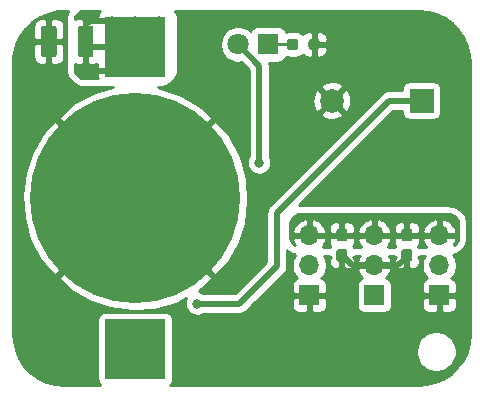
<source format=gbr>
%TF.GenerationSoftware,KiCad,Pcbnew,(5.1.9)-1*%
%TF.CreationDate,2021-02-25T21:12:44-03:30*%
%TF.ProjectId,annoy-o-me,616e6e6f-792d-46f2-9d6d-652e6b696361,rev?*%
%TF.SameCoordinates,Original*%
%TF.FileFunction,Copper,L2,Bot*%
%TF.FilePolarity,Positive*%
%FSLAX46Y46*%
G04 Gerber Fmt 4.6, Leading zero omitted, Abs format (unit mm)*
G04 Created by KiCad (PCBNEW (5.1.9)-1) date 2021-02-25 21:12:44*
%MOMM*%
%LPD*%
G01*
G04 APERTURE LIST*
%TA.AperFunction,SMDPad,CuDef*%
%ADD10R,5.100000X5.100000*%
%TD*%
%TA.AperFunction,SMDPad,CuDef*%
%ADD11C,17.800000*%
%TD*%
%TA.AperFunction,ComponentPad*%
%ADD12R,2.000000X2.000000*%
%TD*%
%TA.AperFunction,ComponentPad*%
%ADD13C,2.000000*%
%TD*%
%TA.AperFunction,ComponentPad*%
%ADD14R,1.800000X1.800000*%
%TD*%
%TA.AperFunction,ComponentPad*%
%ADD15C,1.800000*%
%TD*%
%TA.AperFunction,ComponentPad*%
%ADD16R,1.700000X1.700000*%
%TD*%
%TA.AperFunction,ComponentPad*%
%ADD17O,1.700000X1.700000*%
%TD*%
%TA.AperFunction,ViaPad*%
%ADD18C,0.800000*%
%TD*%
%TA.AperFunction,Conductor*%
%ADD19C,0.500000*%
%TD*%
%TA.AperFunction,Conductor*%
%ADD20C,0.250000*%
%TD*%
%TA.AperFunction,Conductor*%
%ADD21C,0.254000*%
%TD*%
%TA.AperFunction,Conductor*%
%ADD22C,0.100000*%
%TD*%
G04 APERTURE END LIST*
D10*
%TO.P,BT1,1*%
%TO.N,Net-(BT1-Pad1)*%
X111000000Y-129300000D03*
X111000000Y-103700000D03*
D11*
%TO.P,BT1,2*%
%TO.N,GND*%
X111000000Y-116500000D03*
%TD*%
D12*
%TO.P,BZ1,1*%
%TO.N,/BUZZER*%
X135250000Y-108250000D03*
D13*
%TO.P,BZ1,2*%
%TO.N,GND*%
X127650000Y-108250000D03*
%TD*%
%TO.P,C2,2*%
%TO.N,GND*%
%TA.AperFunction,SMDPad,CuDef*%
G36*
G01*
X104350000Y-102149998D02*
X104350000Y-104350002D01*
G75*
G02*
X104100002Y-104600000I-249998J0D01*
G01*
X103274998Y-104600000D01*
G75*
G02*
X103025000Y-104350002I0J249998D01*
G01*
X103025000Y-102149998D01*
G75*
G02*
X103274998Y-101900000I249998J0D01*
G01*
X104100002Y-101900000D01*
G75*
G02*
X104350000Y-102149998I0J-249998D01*
G01*
G37*
%TD.AperFunction*%
%TO.P,C2,1*%
%TO.N,Net-(BT1-Pad1)*%
%TA.AperFunction,SMDPad,CuDef*%
G36*
G01*
X107475000Y-102149998D02*
X107475000Y-104350002D01*
G75*
G02*
X107225002Y-104600000I-249998J0D01*
G01*
X106399998Y-104600000D01*
G75*
G02*
X106150000Y-104350002I0J249998D01*
G01*
X106150000Y-102149998D01*
G75*
G02*
X106399998Y-101900000I249998J0D01*
G01*
X107225002Y-101900000D01*
G75*
G02*
X107475000Y-102149998I0J-249998D01*
G01*
G37*
%TD.AperFunction*%
%TD*%
%TO.P,C4,2*%
%TO.N,GND*%
%TA.AperFunction,SMDPad,CuDef*%
G36*
G01*
X133762500Y-120825000D02*
X134237500Y-120825000D01*
G75*
G02*
X134475000Y-121062500I0J-237500D01*
G01*
X134475000Y-121662500D01*
G75*
G02*
X134237500Y-121900000I-237500J0D01*
G01*
X133762500Y-121900000D01*
G75*
G02*
X133525000Y-121662500I0J237500D01*
G01*
X133525000Y-121062500D01*
G75*
G02*
X133762500Y-120825000I237500J0D01*
G01*
G37*
%TD.AperFunction*%
%TO.P,C4,1*%
%TO.N,+3V3*%
%TA.AperFunction,SMDPad,CuDef*%
G36*
G01*
X133762500Y-119100000D02*
X134237500Y-119100000D01*
G75*
G02*
X134475000Y-119337500I0J-237500D01*
G01*
X134475000Y-119937500D01*
G75*
G02*
X134237500Y-120175000I-237500J0D01*
G01*
X133762500Y-120175000D01*
G75*
G02*
X133525000Y-119937500I0J237500D01*
G01*
X133525000Y-119337500D01*
G75*
G02*
X133762500Y-119100000I237500J0D01*
G01*
G37*
%TD.AperFunction*%
%TD*%
%TO.P,C5,1*%
%TO.N,+3V3*%
%TA.AperFunction,SMDPad,CuDef*%
G36*
G01*
X128262500Y-119100000D02*
X128737500Y-119100000D01*
G75*
G02*
X128975000Y-119337500I0J-237500D01*
G01*
X128975000Y-119937500D01*
G75*
G02*
X128737500Y-120175000I-237500J0D01*
G01*
X128262500Y-120175000D01*
G75*
G02*
X128025000Y-119937500I0J237500D01*
G01*
X128025000Y-119337500D01*
G75*
G02*
X128262500Y-119100000I237500J0D01*
G01*
G37*
%TD.AperFunction*%
%TO.P,C5,2*%
%TO.N,GND*%
%TA.AperFunction,SMDPad,CuDef*%
G36*
G01*
X128262500Y-120825000D02*
X128737500Y-120825000D01*
G75*
G02*
X128975000Y-121062500I0J-237500D01*
G01*
X128975000Y-121662500D01*
G75*
G02*
X128737500Y-121900000I-237500J0D01*
G01*
X128262500Y-121900000D01*
G75*
G02*
X128025000Y-121662500I0J237500D01*
G01*
X128025000Y-121062500D01*
G75*
G02*
X128262500Y-120825000I237500J0D01*
G01*
G37*
%TD.AperFunction*%
%TD*%
D14*
%TO.P,D2,1*%
%TO.N,Net-(D2-Pad1)*%
X122250000Y-103500000D03*
D15*
%TO.P,D2,2*%
%TO.N,/IR_OUT*%
X119710000Y-103500000D03*
%TD*%
D16*
%TO.P,J1,1*%
%TO.N,GND*%
X125750000Y-124750000D03*
D17*
%TO.P,J1,2*%
%TO.N,/UPDI*%
X125750000Y-122210000D03*
%TO.P,J1,3*%
%TO.N,+3V3*%
X125750000Y-119670000D03*
%TD*%
D16*
%TO.P,J2,1*%
%TO.N,GND*%
X136750000Y-124750000D03*
D17*
%TO.P,J2,2*%
%TO.N,/ANALOG_IN*%
X136750000Y-122210000D03*
%TO.P,J2,3*%
%TO.N,+3V3*%
X136750000Y-119670000D03*
%TD*%
%TO.P,R3,1*%
%TO.N,Net-(D2-Pad1)*%
%TA.AperFunction,SMDPad,CuDef*%
G36*
G01*
X123850000Y-103737500D02*
X123850000Y-103262500D01*
G75*
G02*
X124087500Y-103025000I237500J0D01*
G01*
X124587500Y-103025000D01*
G75*
G02*
X124825000Y-103262500I0J-237500D01*
G01*
X124825000Y-103737500D01*
G75*
G02*
X124587500Y-103975000I-237500J0D01*
G01*
X124087500Y-103975000D01*
G75*
G02*
X123850000Y-103737500I0J237500D01*
G01*
G37*
%TD.AperFunction*%
%TO.P,R3,2*%
%TO.N,GND*%
%TA.AperFunction,SMDPad,CuDef*%
G36*
G01*
X125675000Y-103737500D02*
X125675000Y-103262500D01*
G75*
G02*
X125912500Y-103025000I237500J0D01*
G01*
X126412500Y-103025000D01*
G75*
G02*
X126650000Y-103262500I0J-237500D01*
G01*
X126650000Y-103737500D01*
G75*
G02*
X126412500Y-103975000I-237500J0D01*
G01*
X125912500Y-103975000D01*
G75*
G02*
X125675000Y-103737500I0J237500D01*
G01*
G37*
%TD.AperFunction*%
%TD*%
%TO.P,U3,3*%
%TO.N,+3V3*%
X131250000Y-119670000D03*
%TO.P,U3,2*%
%TO.N,GND*%
X131250000Y-122210000D03*
D16*
%TO.P,U3,1*%
%TO.N,/IR_IN*%
X131250000Y-124750000D03*
%TD*%
D18*
%TO.N,Net-(BT1-Pad1)*%
X113000000Y-105500000D03*
X113000000Y-103500000D03*
X109000000Y-101500000D03*
X111000000Y-101500000D03*
X113000000Y-101500000D03*
X107000000Y-101500000D03*
%TO.N,GND*%
X115500000Y-119500000D03*
X114750000Y-116250000D03*
X114750000Y-114250000D03*
X116750000Y-114250000D03*
X116750000Y-116250000D03*
X104750000Y-118250000D03*
X104750000Y-116250000D03*
X104750000Y-114250000D03*
X104750000Y-112250000D03*
X123000000Y-115000000D03*
X121250000Y-119250000D03*
X102000000Y-104000000D03*
X102000000Y-106000000D03*
X102000000Y-108000000D03*
X102000000Y-110000000D03*
%TO.N,/BUZZER*%
X116250000Y-125440010D03*
%TO.N,/IR_OUT*%
X121499994Y-113500000D03*
%TD*%
D19*
%TO.N,Net-(BT1-Pad1)*%
X107262500Y-103700000D02*
X106812500Y-103250000D01*
X111000000Y-103700000D02*
X107262500Y-103700000D01*
X107000000Y-101500000D02*
X109000000Y-101500000D01*
X110800000Y-103700000D02*
X109000000Y-105500000D01*
X111000000Y-103700000D02*
X110800000Y-103700000D01*
X111000000Y-103700000D02*
X110550000Y-103700000D01*
X110550000Y-103700000D02*
X108500000Y-105750000D01*
X108500000Y-105750000D02*
X107500000Y-105750000D01*
%TO.N,GND*%
X133290000Y-122210000D02*
X134000000Y-121500000D01*
X131250000Y-122210000D02*
X133290000Y-122210000D01*
X129347500Y-122210000D02*
X128500000Y-121362500D01*
X131250000Y-122210000D02*
X129347500Y-122210000D01*
%TO.N,/BUZZER*%
X132500000Y-108250000D02*
X135250000Y-108250000D01*
X123000000Y-122250000D02*
X123000000Y-117750000D01*
X123000000Y-117750000D02*
X132500000Y-108250000D01*
X119809990Y-125440010D02*
X123000000Y-122250000D01*
X116250000Y-125440010D02*
X119809990Y-125440010D01*
D20*
%TO.N,Net-(D2-Pad1)*%
X124337500Y-103500000D02*
X122250000Y-103500000D01*
D19*
%TO.N,/IR_OUT*%
X119710000Y-103500000D02*
X121499994Y-105289994D01*
X121499994Y-105289994D02*
X121499994Y-113500000D01*
%TD*%
D21*
%TO.N,Net-(BT1-Pad1)*%
X107998815Y-100698815D02*
X107919463Y-100795506D01*
X107860498Y-100905820D01*
X107824188Y-101025518D01*
X107811928Y-101150000D01*
X107812213Y-101360226D01*
X107719180Y-101310498D01*
X107599482Y-101274188D01*
X107475000Y-101261928D01*
X107098250Y-101265000D01*
X106939500Y-101423750D01*
X106939500Y-103123000D01*
X106959500Y-103123000D01*
X106959500Y-103377000D01*
X106939500Y-103377000D01*
X106939500Y-105076250D01*
X107098250Y-105235000D01*
X107475000Y-105238072D01*
X107599482Y-105225812D01*
X107719180Y-105189502D01*
X107813435Y-105139121D01*
X107811928Y-106250000D01*
X107824042Y-106373000D01*
X106756234Y-106373000D01*
X106579811Y-106355624D01*
X106416150Y-106305978D01*
X106265328Y-106225362D01*
X106133130Y-106116870D01*
X106024638Y-105984672D01*
X105944022Y-105833850D01*
X105894376Y-105670189D01*
X105877000Y-105493766D01*
X105877000Y-105174097D01*
X105905820Y-105189502D01*
X106025518Y-105225812D01*
X106150000Y-105238072D01*
X106526750Y-105235000D01*
X106685500Y-105076250D01*
X106685500Y-103377000D01*
X106665500Y-103377000D01*
X106665500Y-103123000D01*
X106685500Y-103123000D01*
X106685500Y-101423750D01*
X106526750Y-101265000D01*
X106150000Y-101261928D01*
X106025518Y-101274188D01*
X105905820Y-101310498D01*
X105899154Y-101314061D01*
X105944022Y-101166150D01*
X106024638Y-101015328D01*
X106133130Y-100883130D01*
X106265328Y-100774638D01*
X106416150Y-100694022D01*
X106528306Y-100660000D01*
X108046111Y-100660000D01*
X107998815Y-100698815D01*
%TA.AperFunction,Conductor*%
D22*
G36*
X107998815Y-100698815D02*
G01*
X107919463Y-100795506D01*
X107860498Y-100905820D01*
X107824188Y-101025518D01*
X107811928Y-101150000D01*
X107812213Y-101360226D01*
X107719180Y-101310498D01*
X107599482Y-101274188D01*
X107475000Y-101261928D01*
X107098250Y-101265000D01*
X106939500Y-101423750D01*
X106939500Y-103123000D01*
X106959500Y-103123000D01*
X106959500Y-103377000D01*
X106939500Y-103377000D01*
X106939500Y-105076250D01*
X107098250Y-105235000D01*
X107475000Y-105238072D01*
X107599482Y-105225812D01*
X107719180Y-105189502D01*
X107813435Y-105139121D01*
X107811928Y-106250000D01*
X107824042Y-106373000D01*
X106756234Y-106373000D01*
X106579811Y-106355624D01*
X106416150Y-106305978D01*
X106265328Y-106225362D01*
X106133130Y-106116870D01*
X106024638Y-105984672D01*
X105944022Y-105833850D01*
X105894376Y-105670189D01*
X105877000Y-105493766D01*
X105877000Y-105174097D01*
X105905820Y-105189502D01*
X106025518Y-105225812D01*
X106150000Y-105238072D01*
X106526750Y-105235000D01*
X106685500Y-105076250D01*
X106685500Y-103377000D01*
X106665500Y-103377000D01*
X106665500Y-103123000D01*
X106685500Y-103123000D01*
X106685500Y-101423750D01*
X106526750Y-101265000D01*
X106150000Y-101261928D01*
X106025518Y-101274188D01*
X105905820Y-101310498D01*
X105899154Y-101314061D01*
X105944022Y-101166150D01*
X106024638Y-101015328D01*
X106133130Y-100883130D01*
X106265328Y-100774638D01*
X106416150Y-100694022D01*
X106528306Y-100660000D01*
X108046111Y-100660000D01*
X107998815Y-100698815D01*
G37*
%TD.AperFunction*%
D21*
X111127000Y-103573000D02*
X111147000Y-103573000D01*
X111147000Y-103827000D01*
X111127000Y-103827000D01*
X111127000Y-103847000D01*
X110873000Y-103847000D01*
X110873000Y-103827000D01*
X110853000Y-103827000D01*
X110853000Y-103573000D01*
X110873000Y-103573000D01*
X110873000Y-103553000D01*
X111127000Y-103553000D01*
X111127000Y-103573000D01*
%TA.AperFunction,Conductor*%
D22*
G36*
X111127000Y-103573000D02*
G01*
X111147000Y-103573000D01*
X111147000Y-103827000D01*
X111127000Y-103827000D01*
X111127000Y-103847000D01*
X110873000Y-103847000D01*
X110873000Y-103827000D01*
X110853000Y-103827000D01*
X110853000Y-103573000D01*
X110873000Y-103573000D01*
X110873000Y-103553000D01*
X111127000Y-103553000D01*
X111127000Y-103573000D01*
G37*
%TD.AperFunction*%
%TD*%
D21*
%TO.N,+3V3*%
X137670189Y-117894376D02*
X137833850Y-117944022D01*
X137984672Y-118024638D01*
X138116870Y-118133130D01*
X138225362Y-118265328D01*
X138305978Y-118416150D01*
X138355624Y-118579811D01*
X138373000Y-118756234D01*
X138373000Y-119743766D01*
X138355624Y-119920189D01*
X138305978Y-120083850D01*
X138225362Y-120234672D01*
X138116870Y-120366870D01*
X138006060Y-120457810D01*
X138021641Y-120436920D01*
X138146825Y-120174099D01*
X138191476Y-120026890D01*
X138070155Y-119797000D01*
X136877000Y-119797000D01*
X136877000Y-119817000D01*
X136623000Y-119817000D01*
X136623000Y-119797000D01*
X135429845Y-119797000D01*
X135308524Y-120026890D01*
X135353175Y-120174099D01*
X135478359Y-120436920D01*
X135617154Y-120623000D01*
X134990603Y-120623000D01*
X134966226Y-120577394D01*
X135005537Y-120529494D01*
X135064502Y-120419180D01*
X135100812Y-120299482D01*
X135113072Y-120175000D01*
X135110000Y-119923250D01*
X134951250Y-119764500D01*
X134127000Y-119764500D01*
X134127000Y-119784500D01*
X133873000Y-119784500D01*
X133873000Y-119764500D01*
X133048750Y-119764500D01*
X132890000Y-119923250D01*
X132886928Y-120175000D01*
X132899188Y-120299482D01*
X132935498Y-120419180D01*
X132994463Y-120529494D01*
X133033774Y-120577394D01*
X133009397Y-120623000D01*
X132382846Y-120623000D01*
X132521641Y-120436920D01*
X132646825Y-120174099D01*
X132691476Y-120026890D01*
X132570155Y-119797000D01*
X131377000Y-119797000D01*
X131377000Y-119817000D01*
X131123000Y-119817000D01*
X131123000Y-119797000D01*
X129929845Y-119797000D01*
X129808524Y-120026890D01*
X129853175Y-120174099D01*
X129978359Y-120436920D01*
X130117154Y-120623000D01*
X129490603Y-120623000D01*
X129466226Y-120577394D01*
X129505537Y-120529494D01*
X129564502Y-120419180D01*
X129600812Y-120299482D01*
X129613072Y-120175000D01*
X129610000Y-119923250D01*
X129451250Y-119764500D01*
X128627000Y-119764500D01*
X128627000Y-119784500D01*
X128373000Y-119784500D01*
X128373000Y-119764500D01*
X127548750Y-119764500D01*
X127390000Y-119923250D01*
X127386928Y-120175000D01*
X127399188Y-120299482D01*
X127435498Y-120419180D01*
X127494463Y-120529494D01*
X127533774Y-120577394D01*
X127509397Y-120623000D01*
X126882846Y-120623000D01*
X127021641Y-120436920D01*
X127146825Y-120174099D01*
X127191476Y-120026890D01*
X127070155Y-119797000D01*
X125877000Y-119797000D01*
X125877000Y-119817000D01*
X125623000Y-119817000D01*
X125623000Y-119797000D01*
X124429845Y-119797000D01*
X124308524Y-120026890D01*
X124353175Y-120174099D01*
X124478359Y-120436920D01*
X124493940Y-120457810D01*
X124383130Y-120366870D01*
X124274638Y-120234672D01*
X124194022Y-120083850D01*
X124144376Y-119920189D01*
X124127000Y-119743766D01*
X124127000Y-119313110D01*
X124308524Y-119313110D01*
X124429845Y-119543000D01*
X125623000Y-119543000D01*
X125623000Y-118349186D01*
X125877000Y-118349186D01*
X125877000Y-119543000D01*
X127070155Y-119543000D01*
X127191476Y-119313110D01*
X127146825Y-119165901D01*
X127115436Y-119100000D01*
X127386928Y-119100000D01*
X127390000Y-119351750D01*
X127548750Y-119510500D01*
X128373000Y-119510500D01*
X128373000Y-118623750D01*
X128627000Y-118623750D01*
X128627000Y-119510500D01*
X129451250Y-119510500D01*
X129610000Y-119351750D01*
X129610471Y-119313110D01*
X129808524Y-119313110D01*
X129929845Y-119543000D01*
X131123000Y-119543000D01*
X131123000Y-118349186D01*
X131377000Y-118349186D01*
X131377000Y-119543000D01*
X132570155Y-119543000D01*
X132691476Y-119313110D01*
X132646825Y-119165901D01*
X132615436Y-119100000D01*
X132886928Y-119100000D01*
X132890000Y-119351750D01*
X133048750Y-119510500D01*
X133873000Y-119510500D01*
X133873000Y-118623750D01*
X134127000Y-118623750D01*
X134127000Y-119510500D01*
X134951250Y-119510500D01*
X135110000Y-119351750D01*
X135110471Y-119313110D01*
X135308524Y-119313110D01*
X135429845Y-119543000D01*
X136623000Y-119543000D01*
X136623000Y-118349186D01*
X136877000Y-118349186D01*
X136877000Y-119543000D01*
X138070155Y-119543000D01*
X138191476Y-119313110D01*
X138146825Y-119165901D01*
X138021641Y-118903080D01*
X137847588Y-118669731D01*
X137631355Y-118474822D01*
X137381252Y-118325843D01*
X137106891Y-118228519D01*
X136877000Y-118349186D01*
X136623000Y-118349186D01*
X136393109Y-118228519D01*
X136118748Y-118325843D01*
X135868645Y-118474822D01*
X135652412Y-118669731D01*
X135478359Y-118903080D01*
X135353175Y-119165901D01*
X135308524Y-119313110D01*
X135110471Y-119313110D01*
X135113072Y-119100000D01*
X135100812Y-118975518D01*
X135064502Y-118855820D01*
X135005537Y-118745506D01*
X134926185Y-118648815D01*
X134829494Y-118569463D01*
X134719180Y-118510498D01*
X134599482Y-118474188D01*
X134475000Y-118461928D01*
X134285750Y-118465000D01*
X134127000Y-118623750D01*
X133873000Y-118623750D01*
X133714250Y-118465000D01*
X133525000Y-118461928D01*
X133400518Y-118474188D01*
X133280820Y-118510498D01*
X133170506Y-118569463D01*
X133073815Y-118648815D01*
X132994463Y-118745506D01*
X132935498Y-118855820D01*
X132899188Y-118975518D01*
X132886928Y-119100000D01*
X132615436Y-119100000D01*
X132521641Y-118903080D01*
X132347588Y-118669731D01*
X132131355Y-118474822D01*
X131881252Y-118325843D01*
X131606891Y-118228519D01*
X131377000Y-118349186D01*
X131123000Y-118349186D01*
X130893109Y-118228519D01*
X130618748Y-118325843D01*
X130368645Y-118474822D01*
X130152412Y-118669731D01*
X129978359Y-118903080D01*
X129853175Y-119165901D01*
X129808524Y-119313110D01*
X129610471Y-119313110D01*
X129613072Y-119100000D01*
X129600812Y-118975518D01*
X129564502Y-118855820D01*
X129505537Y-118745506D01*
X129426185Y-118648815D01*
X129329494Y-118569463D01*
X129219180Y-118510498D01*
X129099482Y-118474188D01*
X128975000Y-118461928D01*
X128785750Y-118465000D01*
X128627000Y-118623750D01*
X128373000Y-118623750D01*
X128214250Y-118465000D01*
X128025000Y-118461928D01*
X127900518Y-118474188D01*
X127780820Y-118510498D01*
X127670506Y-118569463D01*
X127573815Y-118648815D01*
X127494463Y-118745506D01*
X127435498Y-118855820D01*
X127399188Y-118975518D01*
X127386928Y-119100000D01*
X127115436Y-119100000D01*
X127021641Y-118903080D01*
X126847588Y-118669731D01*
X126631355Y-118474822D01*
X126381252Y-118325843D01*
X126106891Y-118228519D01*
X125877000Y-118349186D01*
X125623000Y-118349186D01*
X125393109Y-118228519D01*
X125118748Y-118325843D01*
X124868645Y-118474822D01*
X124652412Y-118669731D01*
X124478359Y-118903080D01*
X124353175Y-119165901D01*
X124308524Y-119313110D01*
X124127000Y-119313110D01*
X124127000Y-118756234D01*
X124144376Y-118579811D01*
X124194022Y-118416150D01*
X124274638Y-118265328D01*
X124383130Y-118133130D01*
X124515328Y-118024638D01*
X124666150Y-117944022D01*
X124829811Y-117894376D01*
X125006234Y-117877000D01*
X137493766Y-117877000D01*
X137670189Y-117894376D01*
%TA.AperFunction,Conductor*%
D22*
G36*
X137670189Y-117894376D02*
G01*
X137833850Y-117944022D01*
X137984672Y-118024638D01*
X138116870Y-118133130D01*
X138225362Y-118265328D01*
X138305978Y-118416150D01*
X138355624Y-118579811D01*
X138373000Y-118756234D01*
X138373000Y-119743766D01*
X138355624Y-119920189D01*
X138305978Y-120083850D01*
X138225362Y-120234672D01*
X138116870Y-120366870D01*
X138006060Y-120457810D01*
X138021641Y-120436920D01*
X138146825Y-120174099D01*
X138191476Y-120026890D01*
X138070155Y-119797000D01*
X136877000Y-119797000D01*
X136877000Y-119817000D01*
X136623000Y-119817000D01*
X136623000Y-119797000D01*
X135429845Y-119797000D01*
X135308524Y-120026890D01*
X135353175Y-120174099D01*
X135478359Y-120436920D01*
X135617154Y-120623000D01*
X134990603Y-120623000D01*
X134966226Y-120577394D01*
X135005537Y-120529494D01*
X135064502Y-120419180D01*
X135100812Y-120299482D01*
X135113072Y-120175000D01*
X135110000Y-119923250D01*
X134951250Y-119764500D01*
X134127000Y-119764500D01*
X134127000Y-119784500D01*
X133873000Y-119784500D01*
X133873000Y-119764500D01*
X133048750Y-119764500D01*
X132890000Y-119923250D01*
X132886928Y-120175000D01*
X132899188Y-120299482D01*
X132935498Y-120419180D01*
X132994463Y-120529494D01*
X133033774Y-120577394D01*
X133009397Y-120623000D01*
X132382846Y-120623000D01*
X132521641Y-120436920D01*
X132646825Y-120174099D01*
X132691476Y-120026890D01*
X132570155Y-119797000D01*
X131377000Y-119797000D01*
X131377000Y-119817000D01*
X131123000Y-119817000D01*
X131123000Y-119797000D01*
X129929845Y-119797000D01*
X129808524Y-120026890D01*
X129853175Y-120174099D01*
X129978359Y-120436920D01*
X130117154Y-120623000D01*
X129490603Y-120623000D01*
X129466226Y-120577394D01*
X129505537Y-120529494D01*
X129564502Y-120419180D01*
X129600812Y-120299482D01*
X129613072Y-120175000D01*
X129610000Y-119923250D01*
X129451250Y-119764500D01*
X128627000Y-119764500D01*
X128627000Y-119784500D01*
X128373000Y-119784500D01*
X128373000Y-119764500D01*
X127548750Y-119764500D01*
X127390000Y-119923250D01*
X127386928Y-120175000D01*
X127399188Y-120299482D01*
X127435498Y-120419180D01*
X127494463Y-120529494D01*
X127533774Y-120577394D01*
X127509397Y-120623000D01*
X126882846Y-120623000D01*
X127021641Y-120436920D01*
X127146825Y-120174099D01*
X127191476Y-120026890D01*
X127070155Y-119797000D01*
X125877000Y-119797000D01*
X125877000Y-119817000D01*
X125623000Y-119817000D01*
X125623000Y-119797000D01*
X124429845Y-119797000D01*
X124308524Y-120026890D01*
X124353175Y-120174099D01*
X124478359Y-120436920D01*
X124493940Y-120457810D01*
X124383130Y-120366870D01*
X124274638Y-120234672D01*
X124194022Y-120083850D01*
X124144376Y-119920189D01*
X124127000Y-119743766D01*
X124127000Y-119313110D01*
X124308524Y-119313110D01*
X124429845Y-119543000D01*
X125623000Y-119543000D01*
X125623000Y-118349186D01*
X125877000Y-118349186D01*
X125877000Y-119543000D01*
X127070155Y-119543000D01*
X127191476Y-119313110D01*
X127146825Y-119165901D01*
X127115436Y-119100000D01*
X127386928Y-119100000D01*
X127390000Y-119351750D01*
X127548750Y-119510500D01*
X128373000Y-119510500D01*
X128373000Y-118623750D01*
X128627000Y-118623750D01*
X128627000Y-119510500D01*
X129451250Y-119510500D01*
X129610000Y-119351750D01*
X129610471Y-119313110D01*
X129808524Y-119313110D01*
X129929845Y-119543000D01*
X131123000Y-119543000D01*
X131123000Y-118349186D01*
X131377000Y-118349186D01*
X131377000Y-119543000D01*
X132570155Y-119543000D01*
X132691476Y-119313110D01*
X132646825Y-119165901D01*
X132615436Y-119100000D01*
X132886928Y-119100000D01*
X132890000Y-119351750D01*
X133048750Y-119510500D01*
X133873000Y-119510500D01*
X133873000Y-118623750D01*
X134127000Y-118623750D01*
X134127000Y-119510500D01*
X134951250Y-119510500D01*
X135110000Y-119351750D01*
X135110471Y-119313110D01*
X135308524Y-119313110D01*
X135429845Y-119543000D01*
X136623000Y-119543000D01*
X136623000Y-118349186D01*
X136877000Y-118349186D01*
X136877000Y-119543000D01*
X138070155Y-119543000D01*
X138191476Y-119313110D01*
X138146825Y-119165901D01*
X138021641Y-118903080D01*
X137847588Y-118669731D01*
X137631355Y-118474822D01*
X137381252Y-118325843D01*
X137106891Y-118228519D01*
X136877000Y-118349186D01*
X136623000Y-118349186D01*
X136393109Y-118228519D01*
X136118748Y-118325843D01*
X135868645Y-118474822D01*
X135652412Y-118669731D01*
X135478359Y-118903080D01*
X135353175Y-119165901D01*
X135308524Y-119313110D01*
X135110471Y-119313110D01*
X135113072Y-119100000D01*
X135100812Y-118975518D01*
X135064502Y-118855820D01*
X135005537Y-118745506D01*
X134926185Y-118648815D01*
X134829494Y-118569463D01*
X134719180Y-118510498D01*
X134599482Y-118474188D01*
X134475000Y-118461928D01*
X134285750Y-118465000D01*
X134127000Y-118623750D01*
X133873000Y-118623750D01*
X133714250Y-118465000D01*
X133525000Y-118461928D01*
X133400518Y-118474188D01*
X133280820Y-118510498D01*
X133170506Y-118569463D01*
X133073815Y-118648815D01*
X132994463Y-118745506D01*
X132935498Y-118855820D01*
X132899188Y-118975518D01*
X132886928Y-119100000D01*
X132615436Y-119100000D01*
X132521641Y-118903080D01*
X132347588Y-118669731D01*
X132131355Y-118474822D01*
X131881252Y-118325843D01*
X131606891Y-118228519D01*
X131377000Y-118349186D01*
X131123000Y-118349186D01*
X130893109Y-118228519D01*
X130618748Y-118325843D01*
X130368645Y-118474822D01*
X130152412Y-118669731D01*
X129978359Y-118903080D01*
X129853175Y-119165901D01*
X129808524Y-119313110D01*
X129610471Y-119313110D01*
X129613072Y-119100000D01*
X129600812Y-118975518D01*
X129564502Y-118855820D01*
X129505537Y-118745506D01*
X129426185Y-118648815D01*
X129329494Y-118569463D01*
X129219180Y-118510498D01*
X129099482Y-118474188D01*
X128975000Y-118461928D01*
X128785750Y-118465000D01*
X128627000Y-118623750D01*
X128373000Y-118623750D01*
X128214250Y-118465000D01*
X128025000Y-118461928D01*
X127900518Y-118474188D01*
X127780820Y-118510498D01*
X127670506Y-118569463D01*
X127573815Y-118648815D01*
X127494463Y-118745506D01*
X127435498Y-118855820D01*
X127399188Y-118975518D01*
X127386928Y-119100000D01*
X127115436Y-119100000D01*
X127021641Y-118903080D01*
X126847588Y-118669731D01*
X126631355Y-118474822D01*
X126381252Y-118325843D01*
X126106891Y-118228519D01*
X125877000Y-118349186D01*
X125623000Y-118349186D01*
X125393109Y-118228519D01*
X125118748Y-118325843D01*
X124868645Y-118474822D01*
X124652412Y-118669731D01*
X124478359Y-118903080D01*
X124353175Y-119165901D01*
X124308524Y-119313110D01*
X124127000Y-119313110D01*
X124127000Y-118756234D01*
X124144376Y-118579811D01*
X124194022Y-118416150D01*
X124274638Y-118265328D01*
X124383130Y-118133130D01*
X124515328Y-118024638D01*
X124666150Y-117944022D01*
X124829811Y-117894376D01*
X125006234Y-117877000D01*
X137493766Y-117877000D01*
X137670189Y-117894376D01*
G37*
%TD.AperFunction*%
%TD*%
D21*
%TO.N,GND*%
X105266100Y-100817980D02*
X105218462Y-100932988D01*
X105161557Y-101120581D01*
X105137273Y-101242668D01*
X105118058Y-101437758D01*
X105115000Y-101500000D01*
X105115000Y-105500000D01*
X105118058Y-105562242D01*
X105137273Y-105757332D01*
X105161557Y-105879419D01*
X105218462Y-106067012D01*
X105266100Y-106182020D01*
X105358510Y-106354907D01*
X105427668Y-106458409D01*
X105552031Y-106609946D01*
X105640054Y-106697969D01*
X105791591Y-106822332D01*
X105895093Y-106891490D01*
X106067980Y-106983900D01*
X106182988Y-107031538D01*
X106370581Y-107088443D01*
X106492668Y-107112727D01*
X106687758Y-107131942D01*
X106750000Y-107135000D01*
X109094295Y-107135000D01*
X107564946Y-107555808D01*
X105886024Y-108397814D01*
X105471590Y-108674730D01*
X104427775Y-109748170D01*
X111000000Y-116320395D01*
X117572225Y-109748170D01*
X116528410Y-108674730D01*
X114895549Y-107746551D01*
X113112984Y-107154762D01*
X112954674Y-107135000D01*
X113000000Y-107135000D01*
X113062242Y-107131942D01*
X113257332Y-107112727D01*
X113379419Y-107088443D01*
X113567012Y-107031538D01*
X113682020Y-106983900D01*
X113854907Y-106891490D01*
X113958409Y-106822332D01*
X114109946Y-106697969D01*
X114197969Y-106609946D01*
X114322332Y-106458409D01*
X114391490Y-106354907D01*
X114483900Y-106182020D01*
X114531538Y-106067012D01*
X114588443Y-105879419D01*
X114612727Y-105757332D01*
X114631942Y-105562242D01*
X114635000Y-105500000D01*
X114635000Y-103348816D01*
X118175000Y-103348816D01*
X118175000Y-103651184D01*
X118233989Y-103947743D01*
X118349701Y-104227095D01*
X118517688Y-104478505D01*
X118731495Y-104692312D01*
X118982905Y-104860299D01*
X119262257Y-104976011D01*
X119558816Y-105035000D01*
X119861184Y-105035000D01*
X119971482Y-105013060D01*
X120614994Y-105656573D01*
X120614995Y-112961544D01*
X120582789Y-113009744D01*
X120504768Y-113198102D01*
X120464994Y-113398061D01*
X120464994Y-113601939D01*
X120504768Y-113801898D01*
X120582789Y-113990256D01*
X120696057Y-114159774D01*
X120840220Y-114303937D01*
X121009738Y-114417205D01*
X121198096Y-114495226D01*
X121398055Y-114535000D01*
X121601933Y-114535000D01*
X121801892Y-114495226D01*
X121990250Y-114417205D01*
X122159768Y-114303937D01*
X122303931Y-114159774D01*
X122417199Y-113990256D01*
X122495220Y-113801898D01*
X122534994Y-113601939D01*
X122534994Y-113398061D01*
X122495220Y-113198102D01*
X122417199Y-113009744D01*
X122384994Y-112961546D01*
X122384994Y-109385413D01*
X126694192Y-109385413D01*
X126789956Y-109649814D01*
X127079571Y-109790704D01*
X127391108Y-109872384D01*
X127712595Y-109891718D01*
X128031675Y-109847961D01*
X128336088Y-109742795D01*
X128510044Y-109649814D01*
X128605808Y-109385413D01*
X127650000Y-108429605D01*
X126694192Y-109385413D01*
X122384994Y-109385413D01*
X122384994Y-108312595D01*
X126008282Y-108312595D01*
X126052039Y-108631675D01*
X126157205Y-108936088D01*
X126250186Y-109110044D01*
X126514587Y-109205808D01*
X127470395Y-108250000D01*
X127829605Y-108250000D01*
X128785413Y-109205808D01*
X129049814Y-109110044D01*
X129190704Y-108820429D01*
X129272384Y-108508892D01*
X129291718Y-108187405D01*
X129247961Y-107868325D01*
X129142795Y-107563912D01*
X129049814Y-107389956D01*
X128785413Y-107294192D01*
X127829605Y-108250000D01*
X127470395Y-108250000D01*
X126514587Y-107294192D01*
X126250186Y-107389956D01*
X126109296Y-107679571D01*
X126027616Y-107991108D01*
X126008282Y-108312595D01*
X122384994Y-108312595D01*
X122384994Y-107114587D01*
X126694192Y-107114587D01*
X127650000Y-108070395D01*
X128605808Y-107114587D01*
X128510044Y-106850186D01*
X128220429Y-106709296D01*
X127908892Y-106627616D01*
X127587405Y-106608282D01*
X127268325Y-106652039D01*
X126963912Y-106757205D01*
X126789956Y-106850186D01*
X126694192Y-107114587D01*
X122384994Y-107114587D01*
X122384994Y-105333463D01*
X122389275Y-105289994D01*
X122384994Y-105246525D01*
X122384994Y-105246517D01*
X122372189Y-105116504D01*
X122348397Y-105038072D01*
X123150000Y-105038072D01*
X123274482Y-105025812D01*
X123394180Y-104989502D01*
X123504494Y-104930537D01*
X123601185Y-104851185D01*
X123680537Y-104754494D01*
X123739502Y-104644180D01*
X123767747Y-104551068D01*
X123916684Y-104596248D01*
X124087500Y-104613072D01*
X124587500Y-104613072D01*
X124758316Y-104596248D01*
X124922567Y-104546423D01*
X125073942Y-104465512D01*
X125182783Y-104376188D01*
X125223815Y-104426185D01*
X125320506Y-104505537D01*
X125430820Y-104564502D01*
X125550518Y-104600812D01*
X125675000Y-104613072D01*
X125876750Y-104610000D01*
X126035500Y-104451250D01*
X126035500Y-103627000D01*
X126289500Y-103627000D01*
X126289500Y-104451250D01*
X126448250Y-104610000D01*
X126650000Y-104613072D01*
X126774482Y-104600812D01*
X126894180Y-104564502D01*
X127004494Y-104505537D01*
X127101185Y-104426185D01*
X127180537Y-104329494D01*
X127239502Y-104219180D01*
X127275812Y-104099482D01*
X127288072Y-103975000D01*
X127285000Y-103785750D01*
X127126250Y-103627000D01*
X126289500Y-103627000D01*
X126035500Y-103627000D01*
X126015500Y-103627000D01*
X126015500Y-103373000D01*
X126035500Y-103373000D01*
X126035500Y-102548750D01*
X126289500Y-102548750D01*
X126289500Y-103373000D01*
X127126250Y-103373000D01*
X127285000Y-103214250D01*
X127288072Y-103025000D01*
X127275812Y-102900518D01*
X127239502Y-102780820D01*
X127180537Y-102670506D01*
X127101185Y-102573815D01*
X127004494Y-102494463D01*
X126894180Y-102435498D01*
X126774482Y-102399188D01*
X126650000Y-102386928D01*
X126448250Y-102390000D01*
X126289500Y-102548750D01*
X126035500Y-102548750D01*
X125876750Y-102390000D01*
X125675000Y-102386928D01*
X125550518Y-102399188D01*
X125430820Y-102435498D01*
X125320506Y-102494463D01*
X125223815Y-102573815D01*
X125182783Y-102623812D01*
X125073942Y-102534488D01*
X124922567Y-102453577D01*
X124758316Y-102403752D01*
X124587500Y-102386928D01*
X124087500Y-102386928D01*
X123916684Y-102403752D01*
X123767747Y-102448932D01*
X123739502Y-102355820D01*
X123680537Y-102245506D01*
X123601185Y-102148815D01*
X123504494Y-102069463D01*
X123394180Y-102010498D01*
X123274482Y-101974188D01*
X123150000Y-101961928D01*
X121350000Y-101961928D01*
X121225518Y-101974188D01*
X121105820Y-102010498D01*
X120995506Y-102069463D01*
X120898815Y-102148815D01*
X120819463Y-102245506D01*
X120760498Y-102355820D01*
X120754944Y-102374127D01*
X120688505Y-102307688D01*
X120437095Y-102139701D01*
X120157743Y-102023989D01*
X119861184Y-101965000D01*
X119558816Y-101965000D01*
X119262257Y-102023989D01*
X118982905Y-102139701D01*
X118731495Y-102307688D01*
X118517688Y-102521495D01*
X118349701Y-102772905D01*
X118233989Y-103052257D01*
X118175000Y-103348816D01*
X114635000Y-103348816D01*
X114635000Y-101500000D01*
X114631942Y-101437758D01*
X114612727Y-101242668D01*
X114588443Y-101120581D01*
X114531538Y-100932988D01*
X114483900Y-100817980D01*
X114399458Y-100660000D01*
X134970608Y-100660000D01*
X135768083Y-100731173D01*
X136511891Y-100934656D01*
X137207905Y-101266638D01*
X137834130Y-101716626D01*
X138370777Y-102270403D01*
X138800871Y-102910451D01*
X139110829Y-103616553D01*
X139292065Y-104371457D01*
X139340000Y-105024207D01*
X139340001Y-127970597D01*
X139268827Y-128768083D01*
X139065344Y-129511890D01*
X138733363Y-130207904D01*
X138283374Y-130834130D01*
X137729597Y-131370777D01*
X137089549Y-131800871D01*
X136383447Y-132110829D01*
X135628543Y-132292065D01*
X134975793Y-132340000D01*
X113953889Y-132340000D01*
X114001185Y-132301185D01*
X114080537Y-132204494D01*
X114139502Y-132094180D01*
X114175812Y-131974482D01*
X114188072Y-131850000D01*
X114188072Y-129329117D01*
X134765000Y-129329117D01*
X134765000Y-129670883D01*
X134831675Y-130006081D01*
X134962463Y-130321831D01*
X135152337Y-130605998D01*
X135394002Y-130847663D01*
X135678169Y-131037537D01*
X135993919Y-131168325D01*
X136329117Y-131235000D01*
X136670883Y-131235000D01*
X137006081Y-131168325D01*
X137321831Y-131037537D01*
X137605998Y-130847663D01*
X137847663Y-130605998D01*
X138037537Y-130321831D01*
X138168325Y-130006081D01*
X138235000Y-129670883D01*
X138235000Y-129329117D01*
X138168325Y-128993919D01*
X138037537Y-128678169D01*
X137847663Y-128394002D01*
X137605998Y-128152337D01*
X137321831Y-127962463D01*
X137006081Y-127831675D01*
X136670883Y-127765000D01*
X136329117Y-127765000D01*
X135993919Y-127831675D01*
X135678169Y-127962463D01*
X135394002Y-128152337D01*
X135152337Y-128394002D01*
X134962463Y-128678169D01*
X134831675Y-128993919D01*
X134765000Y-129329117D01*
X114188072Y-129329117D01*
X114188072Y-126750000D01*
X114175812Y-126625518D01*
X114139502Y-126505820D01*
X114080537Y-126395506D01*
X114001185Y-126298815D01*
X113904494Y-126219463D01*
X113794180Y-126160498D01*
X113674482Y-126124188D01*
X113550000Y-126111928D01*
X108450000Y-126111928D01*
X108325518Y-126124188D01*
X108205820Y-126160498D01*
X108095506Y-126219463D01*
X107998815Y-126298815D01*
X107919463Y-126395506D01*
X107860498Y-126505820D01*
X107824188Y-126625518D01*
X107811928Y-126750000D01*
X107811928Y-131850000D01*
X107824188Y-131974482D01*
X107860498Y-132094180D01*
X107919463Y-132204494D01*
X107998815Y-132301185D01*
X108046111Y-132340000D01*
X105029392Y-132340000D01*
X104231917Y-132268827D01*
X103488110Y-132065344D01*
X102792096Y-131733363D01*
X102165870Y-131283374D01*
X101629223Y-130729597D01*
X101199129Y-130089549D01*
X100889171Y-129383447D01*
X100707935Y-128628543D01*
X100660000Y-127975793D01*
X100660000Y-123251830D01*
X104427775Y-123251830D01*
X105471590Y-124325270D01*
X107104451Y-125253449D01*
X108887016Y-125845238D01*
X110750782Y-126077894D01*
X112624125Y-125942478D01*
X114435054Y-125444192D01*
X115309683Y-125005552D01*
X115254774Y-125138112D01*
X115215000Y-125338071D01*
X115215000Y-125541949D01*
X115254774Y-125741908D01*
X115332795Y-125930266D01*
X115446063Y-126099784D01*
X115590226Y-126243947D01*
X115759744Y-126357215D01*
X115948102Y-126435236D01*
X116148061Y-126475010D01*
X116351939Y-126475010D01*
X116551898Y-126435236D01*
X116740256Y-126357215D01*
X116788454Y-126325010D01*
X119766521Y-126325010D01*
X119809990Y-126329291D01*
X119853459Y-126325010D01*
X119853467Y-126325010D01*
X119983480Y-126312205D01*
X120150303Y-126261599D01*
X120304049Y-126179421D01*
X120438807Y-126068827D01*
X120466524Y-126035054D01*
X120901578Y-125600000D01*
X124261928Y-125600000D01*
X124274188Y-125724482D01*
X124310498Y-125844180D01*
X124369463Y-125954494D01*
X124448815Y-126051185D01*
X124545506Y-126130537D01*
X124655820Y-126189502D01*
X124775518Y-126225812D01*
X124900000Y-126238072D01*
X125464250Y-126235000D01*
X125623000Y-126076250D01*
X125623000Y-124877000D01*
X125877000Y-124877000D01*
X125877000Y-126076250D01*
X126035750Y-126235000D01*
X126600000Y-126238072D01*
X126724482Y-126225812D01*
X126844180Y-126189502D01*
X126954494Y-126130537D01*
X127051185Y-126051185D01*
X127130537Y-125954494D01*
X127189502Y-125844180D01*
X127225812Y-125724482D01*
X127238072Y-125600000D01*
X127235000Y-125035750D01*
X127076250Y-124877000D01*
X125877000Y-124877000D01*
X125623000Y-124877000D01*
X124423750Y-124877000D01*
X124265000Y-125035750D01*
X124261928Y-125600000D01*
X120901578Y-125600000D01*
X123595050Y-122906529D01*
X123628817Y-122878817D01*
X123739411Y-122744059D01*
X123821589Y-122590313D01*
X123872195Y-122423490D01*
X123885000Y-122293477D01*
X123885000Y-122293467D01*
X123889281Y-122250001D01*
X123885000Y-122206535D01*
X123885000Y-120942915D01*
X123890054Y-120947969D01*
X124041591Y-121072332D01*
X124145093Y-121141490D01*
X124317980Y-121233900D01*
X124432988Y-121281538D01*
X124558870Y-121319723D01*
X124434010Y-121506589D01*
X124322068Y-121776842D01*
X124265000Y-122063740D01*
X124265000Y-122356260D01*
X124322068Y-122643158D01*
X124434010Y-122913411D01*
X124596525Y-123156632D01*
X124728380Y-123288487D01*
X124655820Y-123310498D01*
X124545506Y-123369463D01*
X124448815Y-123448815D01*
X124369463Y-123545506D01*
X124310498Y-123655820D01*
X124274188Y-123775518D01*
X124261928Y-123900000D01*
X124265000Y-124464250D01*
X124423750Y-124623000D01*
X125623000Y-124623000D01*
X125623000Y-124603000D01*
X125877000Y-124603000D01*
X125877000Y-124623000D01*
X127076250Y-124623000D01*
X127235000Y-124464250D01*
X127238072Y-123900000D01*
X129761928Y-123900000D01*
X129761928Y-125600000D01*
X129774188Y-125724482D01*
X129810498Y-125844180D01*
X129869463Y-125954494D01*
X129948815Y-126051185D01*
X130045506Y-126130537D01*
X130155820Y-126189502D01*
X130275518Y-126225812D01*
X130400000Y-126238072D01*
X132100000Y-126238072D01*
X132224482Y-126225812D01*
X132344180Y-126189502D01*
X132454494Y-126130537D01*
X132551185Y-126051185D01*
X132630537Y-125954494D01*
X132689502Y-125844180D01*
X132725812Y-125724482D01*
X132738072Y-125600000D01*
X135261928Y-125600000D01*
X135274188Y-125724482D01*
X135310498Y-125844180D01*
X135369463Y-125954494D01*
X135448815Y-126051185D01*
X135545506Y-126130537D01*
X135655820Y-126189502D01*
X135775518Y-126225812D01*
X135900000Y-126238072D01*
X136464250Y-126235000D01*
X136623000Y-126076250D01*
X136623000Y-124877000D01*
X136877000Y-124877000D01*
X136877000Y-126076250D01*
X137035750Y-126235000D01*
X137600000Y-126238072D01*
X137724482Y-126225812D01*
X137844180Y-126189502D01*
X137954494Y-126130537D01*
X138051185Y-126051185D01*
X138130537Y-125954494D01*
X138189502Y-125844180D01*
X138225812Y-125724482D01*
X138238072Y-125600000D01*
X138235000Y-125035750D01*
X138076250Y-124877000D01*
X136877000Y-124877000D01*
X136623000Y-124877000D01*
X135423750Y-124877000D01*
X135265000Y-125035750D01*
X135261928Y-125600000D01*
X132738072Y-125600000D01*
X132738072Y-123900000D01*
X132725812Y-123775518D01*
X132689502Y-123655820D01*
X132630537Y-123545506D01*
X132551185Y-123448815D01*
X132454494Y-123369463D01*
X132344180Y-123310498D01*
X132263534Y-123286034D01*
X132347588Y-123210269D01*
X132521641Y-122976920D01*
X132646825Y-122714099D01*
X132691476Y-122566890D01*
X132570155Y-122337000D01*
X131377000Y-122337000D01*
X131377000Y-122357000D01*
X131123000Y-122357000D01*
X131123000Y-122337000D01*
X129929845Y-122337000D01*
X129808524Y-122566890D01*
X129853175Y-122714099D01*
X129978359Y-122976920D01*
X130152412Y-123210269D01*
X130236466Y-123286034D01*
X130155820Y-123310498D01*
X130045506Y-123369463D01*
X129948815Y-123448815D01*
X129869463Y-123545506D01*
X129810498Y-123655820D01*
X129774188Y-123775518D01*
X129761928Y-123900000D01*
X127238072Y-123900000D01*
X127225812Y-123775518D01*
X127189502Y-123655820D01*
X127130537Y-123545506D01*
X127051185Y-123448815D01*
X126954494Y-123369463D01*
X126844180Y-123310498D01*
X126771620Y-123288487D01*
X126903475Y-123156632D01*
X127065990Y-122913411D01*
X127177932Y-122643158D01*
X127235000Y-122356260D01*
X127235000Y-122063740D01*
X127177932Y-121776842D01*
X127065990Y-121506589D01*
X126984747Y-121385000D01*
X127390000Y-121385000D01*
X127390000Y-121489502D01*
X127548748Y-121489502D01*
X127390000Y-121648250D01*
X127386928Y-121900000D01*
X127399188Y-122024482D01*
X127435498Y-122144180D01*
X127494463Y-122254494D01*
X127573815Y-122351185D01*
X127670506Y-122430537D01*
X127780820Y-122489502D01*
X127900518Y-122525812D01*
X128025000Y-122538072D01*
X128214250Y-122535000D01*
X128373000Y-122376250D01*
X128373000Y-121489500D01*
X128353000Y-121489500D01*
X128353000Y-121385000D01*
X128647000Y-121385000D01*
X128647000Y-121489500D01*
X128627000Y-121489500D01*
X128627000Y-122376250D01*
X128785750Y-122535000D01*
X128975000Y-122538072D01*
X129099482Y-122525812D01*
X129219180Y-122489502D01*
X129329494Y-122430537D01*
X129426185Y-122351185D01*
X129505537Y-122254494D01*
X129564502Y-122144180D01*
X129600812Y-122024482D01*
X129613072Y-121900000D01*
X129610000Y-121648250D01*
X129451252Y-121489502D01*
X129610000Y-121489502D01*
X129610000Y-121385000D01*
X130021680Y-121385000D01*
X129978359Y-121443080D01*
X129853175Y-121705901D01*
X129808524Y-121853110D01*
X129929845Y-122083000D01*
X131123000Y-122083000D01*
X131123000Y-122063000D01*
X131377000Y-122063000D01*
X131377000Y-122083000D01*
X132570155Y-122083000D01*
X132691476Y-121853110D01*
X132646825Y-121705901D01*
X132521641Y-121443080D01*
X132478320Y-121385000D01*
X132890000Y-121385000D01*
X132890000Y-121489502D01*
X133048748Y-121489502D01*
X132890000Y-121648250D01*
X132886928Y-121900000D01*
X132899188Y-122024482D01*
X132935498Y-122144180D01*
X132994463Y-122254494D01*
X133073815Y-122351185D01*
X133170506Y-122430537D01*
X133280820Y-122489502D01*
X133400518Y-122525812D01*
X133525000Y-122538072D01*
X133714250Y-122535000D01*
X133873000Y-122376250D01*
X133873000Y-121489500D01*
X133853000Y-121489500D01*
X133853000Y-121385000D01*
X134147000Y-121385000D01*
X134147000Y-121489500D01*
X134127000Y-121489500D01*
X134127000Y-122376250D01*
X134285750Y-122535000D01*
X134475000Y-122538072D01*
X134599482Y-122525812D01*
X134719180Y-122489502D01*
X134829494Y-122430537D01*
X134926185Y-122351185D01*
X135005537Y-122254494D01*
X135064502Y-122144180D01*
X135100812Y-122024482D01*
X135113072Y-121900000D01*
X135110000Y-121648250D01*
X134951252Y-121489502D01*
X135110000Y-121489502D01*
X135110000Y-121385000D01*
X135515253Y-121385000D01*
X135434010Y-121506589D01*
X135322068Y-121776842D01*
X135265000Y-122063740D01*
X135265000Y-122356260D01*
X135322068Y-122643158D01*
X135434010Y-122913411D01*
X135596525Y-123156632D01*
X135728380Y-123288487D01*
X135655820Y-123310498D01*
X135545506Y-123369463D01*
X135448815Y-123448815D01*
X135369463Y-123545506D01*
X135310498Y-123655820D01*
X135274188Y-123775518D01*
X135261928Y-123900000D01*
X135265000Y-124464250D01*
X135423750Y-124623000D01*
X136623000Y-124623000D01*
X136623000Y-124603000D01*
X136877000Y-124603000D01*
X136877000Y-124623000D01*
X138076250Y-124623000D01*
X138235000Y-124464250D01*
X138238072Y-123900000D01*
X138225812Y-123775518D01*
X138189502Y-123655820D01*
X138130537Y-123545506D01*
X138051185Y-123448815D01*
X137954494Y-123369463D01*
X137844180Y-123310498D01*
X137771620Y-123288487D01*
X137903475Y-123156632D01*
X138065990Y-122913411D01*
X138177932Y-122643158D01*
X138235000Y-122356260D01*
X138235000Y-122063740D01*
X138177932Y-121776842D01*
X138065990Y-121506589D01*
X137941130Y-121319723D01*
X138067012Y-121281538D01*
X138182020Y-121233900D01*
X138354907Y-121141490D01*
X138458409Y-121072332D01*
X138609946Y-120947969D01*
X138697969Y-120859946D01*
X138822332Y-120708409D01*
X138891490Y-120604907D01*
X138983900Y-120432020D01*
X139031538Y-120317012D01*
X139088443Y-120129419D01*
X139112727Y-120007332D01*
X139131942Y-119812242D01*
X139135000Y-119750000D01*
X139135000Y-118750000D01*
X139131942Y-118687758D01*
X139112727Y-118492668D01*
X139088443Y-118370581D01*
X139031538Y-118182988D01*
X138983900Y-118067980D01*
X138891490Y-117895093D01*
X138822332Y-117791591D01*
X138697969Y-117640054D01*
X138609946Y-117552031D01*
X138458409Y-117427668D01*
X138354907Y-117358510D01*
X138182020Y-117266100D01*
X138067012Y-117218462D01*
X137879419Y-117161557D01*
X137757332Y-117137273D01*
X137562242Y-117118058D01*
X137500000Y-117115000D01*
X125000000Y-117115000D01*
X124937758Y-117118058D01*
X124877594Y-117123984D01*
X132866579Y-109135000D01*
X133611928Y-109135000D01*
X133611928Y-109250000D01*
X133624188Y-109374482D01*
X133660498Y-109494180D01*
X133719463Y-109604494D01*
X133798815Y-109701185D01*
X133895506Y-109780537D01*
X134005820Y-109839502D01*
X134125518Y-109875812D01*
X134250000Y-109888072D01*
X136250000Y-109888072D01*
X136374482Y-109875812D01*
X136494180Y-109839502D01*
X136604494Y-109780537D01*
X136701185Y-109701185D01*
X136780537Y-109604494D01*
X136839502Y-109494180D01*
X136875812Y-109374482D01*
X136888072Y-109250000D01*
X136888072Y-107250000D01*
X136875812Y-107125518D01*
X136839502Y-107005820D01*
X136780537Y-106895506D01*
X136701185Y-106798815D01*
X136604494Y-106719463D01*
X136494180Y-106660498D01*
X136374482Y-106624188D01*
X136250000Y-106611928D01*
X134250000Y-106611928D01*
X134125518Y-106624188D01*
X134005820Y-106660498D01*
X133895506Y-106719463D01*
X133798815Y-106798815D01*
X133719463Y-106895506D01*
X133660498Y-107005820D01*
X133624188Y-107125518D01*
X133611928Y-107250000D01*
X133611928Y-107365000D01*
X132543469Y-107365000D01*
X132500000Y-107360719D01*
X132456531Y-107365000D01*
X132456523Y-107365000D01*
X132326510Y-107377805D01*
X132159687Y-107428411D01*
X132005941Y-107510589D01*
X131904953Y-107593468D01*
X131904951Y-107593470D01*
X131871183Y-107621183D01*
X131843470Y-107654951D01*
X122404952Y-117093470D01*
X122371184Y-117121183D01*
X122343471Y-117154951D01*
X122343468Y-117154954D01*
X122260590Y-117255941D01*
X122178412Y-117409687D01*
X122127805Y-117576510D01*
X122110719Y-117750000D01*
X122115001Y-117793479D01*
X122115000Y-121883421D01*
X119443412Y-124555010D01*
X116788454Y-124555010D01*
X116740256Y-124522805D01*
X116551898Y-124444784D01*
X116395965Y-124413767D01*
X116528410Y-124325270D01*
X117572225Y-123251830D01*
X111000000Y-116679605D01*
X104427775Y-123251830D01*
X100660000Y-123251830D01*
X100660000Y-116250782D01*
X101422106Y-116250782D01*
X101557522Y-118124125D01*
X102055808Y-119935054D01*
X102897814Y-121613976D01*
X103174730Y-122028410D01*
X104248170Y-123072225D01*
X110820395Y-116500000D01*
X111179605Y-116500000D01*
X117751830Y-123072225D01*
X118825270Y-122028410D01*
X119753449Y-120395549D01*
X120345238Y-118612984D01*
X120577894Y-116749218D01*
X120442478Y-114875875D01*
X119944192Y-113064946D01*
X119102186Y-111386024D01*
X118825270Y-110971590D01*
X117751830Y-109927775D01*
X111179605Y-116500000D01*
X110820395Y-116500000D01*
X104248170Y-109927775D01*
X103174730Y-110971590D01*
X102246551Y-112604451D01*
X101654762Y-114387016D01*
X101422106Y-116250782D01*
X100660000Y-116250782D01*
X100660000Y-105029392D01*
X100698322Y-104600000D01*
X102386928Y-104600000D01*
X102399188Y-104724482D01*
X102435498Y-104844180D01*
X102494463Y-104954494D01*
X102573815Y-105051185D01*
X102670506Y-105130537D01*
X102780820Y-105189502D01*
X102900518Y-105225812D01*
X103025000Y-105238072D01*
X103401750Y-105235000D01*
X103560500Y-105076250D01*
X103560500Y-103377000D01*
X103814500Y-103377000D01*
X103814500Y-105076250D01*
X103973250Y-105235000D01*
X104350000Y-105238072D01*
X104474482Y-105225812D01*
X104594180Y-105189502D01*
X104704494Y-105130537D01*
X104801185Y-105051185D01*
X104880537Y-104954494D01*
X104939502Y-104844180D01*
X104975812Y-104724482D01*
X104988072Y-104600000D01*
X104985000Y-103535750D01*
X104826250Y-103377000D01*
X103814500Y-103377000D01*
X103560500Y-103377000D01*
X102548750Y-103377000D01*
X102390000Y-103535750D01*
X102386928Y-104600000D01*
X100698322Y-104600000D01*
X100731173Y-104231917D01*
X100934656Y-103488109D01*
X101266638Y-102792095D01*
X101716626Y-102165870D01*
X101990982Y-101900000D01*
X102386928Y-101900000D01*
X102390000Y-102964250D01*
X102548750Y-103123000D01*
X103560500Y-103123000D01*
X103560500Y-101423750D01*
X103814500Y-101423750D01*
X103814500Y-103123000D01*
X104826250Y-103123000D01*
X104985000Y-102964250D01*
X104988072Y-101900000D01*
X104975812Y-101775518D01*
X104939502Y-101655820D01*
X104880537Y-101545506D01*
X104801185Y-101448815D01*
X104704494Y-101369463D01*
X104594180Y-101310498D01*
X104474482Y-101274188D01*
X104350000Y-101261928D01*
X103973250Y-101265000D01*
X103814500Y-101423750D01*
X103560500Y-101423750D01*
X103401750Y-101265000D01*
X103025000Y-101261928D01*
X102900518Y-101274188D01*
X102780820Y-101310498D01*
X102670506Y-101369463D01*
X102573815Y-101448815D01*
X102494463Y-101545506D01*
X102435498Y-101655820D01*
X102399188Y-101775518D01*
X102386928Y-101900000D01*
X101990982Y-101900000D01*
X102270403Y-101629223D01*
X102910451Y-101199129D01*
X103616553Y-100889171D01*
X104371457Y-100707935D01*
X105024207Y-100660000D01*
X105350542Y-100660000D01*
X105266100Y-100817980D01*
%TA.AperFunction,Conductor*%
D22*
G36*
X105266100Y-100817980D02*
G01*
X105218462Y-100932988D01*
X105161557Y-101120581D01*
X105137273Y-101242668D01*
X105118058Y-101437758D01*
X105115000Y-101500000D01*
X105115000Y-105500000D01*
X105118058Y-105562242D01*
X105137273Y-105757332D01*
X105161557Y-105879419D01*
X105218462Y-106067012D01*
X105266100Y-106182020D01*
X105358510Y-106354907D01*
X105427668Y-106458409D01*
X105552031Y-106609946D01*
X105640054Y-106697969D01*
X105791591Y-106822332D01*
X105895093Y-106891490D01*
X106067980Y-106983900D01*
X106182988Y-107031538D01*
X106370581Y-107088443D01*
X106492668Y-107112727D01*
X106687758Y-107131942D01*
X106750000Y-107135000D01*
X109094295Y-107135000D01*
X107564946Y-107555808D01*
X105886024Y-108397814D01*
X105471590Y-108674730D01*
X104427775Y-109748170D01*
X111000000Y-116320395D01*
X117572225Y-109748170D01*
X116528410Y-108674730D01*
X114895549Y-107746551D01*
X113112984Y-107154762D01*
X112954674Y-107135000D01*
X113000000Y-107135000D01*
X113062242Y-107131942D01*
X113257332Y-107112727D01*
X113379419Y-107088443D01*
X113567012Y-107031538D01*
X113682020Y-106983900D01*
X113854907Y-106891490D01*
X113958409Y-106822332D01*
X114109946Y-106697969D01*
X114197969Y-106609946D01*
X114322332Y-106458409D01*
X114391490Y-106354907D01*
X114483900Y-106182020D01*
X114531538Y-106067012D01*
X114588443Y-105879419D01*
X114612727Y-105757332D01*
X114631942Y-105562242D01*
X114635000Y-105500000D01*
X114635000Y-103348816D01*
X118175000Y-103348816D01*
X118175000Y-103651184D01*
X118233989Y-103947743D01*
X118349701Y-104227095D01*
X118517688Y-104478505D01*
X118731495Y-104692312D01*
X118982905Y-104860299D01*
X119262257Y-104976011D01*
X119558816Y-105035000D01*
X119861184Y-105035000D01*
X119971482Y-105013060D01*
X120614994Y-105656573D01*
X120614995Y-112961544D01*
X120582789Y-113009744D01*
X120504768Y-113198102D01*
X120464994Y-113398061D01*
X120464994Y-113601939D01*
X120504768Y-113801898D01*
X120582789Y-113990256D01*
X120696057Y-114159774D01*
X120840220Y-114303937D01*
X121009738Y-114417205D01*
X121198096Y-114495226D01*
X121398055Y-114535000D01*
X121601933Y-114535000D01*
X121801892Y-114495226D01*
X121990250Y-114417205D01*
X122159768Y-114303937D01*
X122303931Y-114159774D01*
X122417199Y-113990256D01*
X122495220Y-113801898D01*
X122534994Y-113601939D01*
X122534994Y-113398061D01*
X122495220Y-113198102D01*
X122417199Y-113009744D01*
X122384994Y-112961546D01*
X122384994Y-109385413D01*
X126694192Y-109385413D01*
X126789956Y-109649814D01*
X127079571Y-109790704D01*
X127391108Y-109872384D01*
X127712595Y-109891718D01*
X128031675Y-109847961D01*
X128336088Y-109742795D01*
X128510044Y-109649814D01*
X128605808Y-109385413D01*
X127650000Y-108429605D01*
X126694192Y-109385413D01*
X122384994Y-109385413D01*
X122384994Y-108312595D01*
X126008282Y-108312595D01*
X126052039Y-108631675D01*
X126157205Y-108936088D01*
X126250186Y-109110044D01*
X126514587Y-109205808D01*
X127470395Y-108250000D01*
X127829605Y-108250000D01*
X128785413Y-109205808D01*
X129049814Y-109110044D01*
X129190704Y-108820429D01*
X129272384Y-108508892D01*
X129291718Y-108187405D01*
X129247961Y-107868325D01*
X129142795Y-107563912D01*
X129049814Y-107389956D01*
X128785413Y-107294192D01*
X127829605Y-108250000D01*
X127470395Y-108250000D01*
X126514587Y-107294192D01*
X126250186Y-107389956D01*
X126109296Y-107679571D01*
X126027616Y-107991108D01*
X126008282Y-108312595D01*
X122384994Y-108312595D01*
X122384994Y-107114587D01*
X126694192Y-107114587D01*
X127650000Y-108070395D01*
X128605808Y-107114587D01*
X128510044Y-106850186D01*
X128220429Y-106709296D01*
X127908892Y-106627616D01*
X127587405Y-106608282D01*
X127268325Y-106652039D01*
X126963912Y-106757205D01*
X126789956Y-106850186D01*
X126694192Y-107114587D01*
X122384994Y-107114587D01*
X122384994Y-105333463D01*
X122389275Y-105289994D01*
X122384994Y-105246525D01*
X122384994Y-105246517D01*
X122372189Y-105116504D01*
X122348397Y-105038072D01*
X123150000Y-105038072D01*
X123274482Y-105025812D01*
X123394180Y-104989502D01*
X123504494Y-104930537D01*
X123601185Y-104851185D01*
X123680537Y-104754494D01*
X123739502Y-104644180D01*
X123767747Y-104551068D01*
X123916684Y-104596248D01*
X124087500Y-104613072D01*
X124587500Y-104613072D01*
X124758316Y-104596248D01*
X124922567Y-104546423D01*
X125073942Y-104465512D01*
X125182783Y-104376188D01*
X125223815Y-104426185D01*
X125320506Y-104505537D01*
X125430820Y-104564502D01*
X125550518Y-104600812D01*
X125675000Y-104613072D01*
X125876750Y-104610000D01*
X126035500Y-104451250D01*
X126035500Y-103627000D01*
X126289500Y-103627000D01*
X126289500Y-104451250D01*
X126448250Y-104610000D01*
X126650000Y-104613072D01*
X126774482Y-104600812D01*
X126894180Y-104564502D01*
X127004494Y-104505537D01*
X127101185Y-104426185D01*
X127180537Y-104329494D01*
X127239502Y-104219180D01*
X127275812Y-104099482D01*
X127288072Y-103975000D01*
X127285000Y-103785750D01*
X127126250Y-103627000D01*
X126289500Y-103627000D01*
X126035500Y-103627000D01*
X126015500Y-103627000D01*
X126015500Y-103373000D01*
X126035500Y-103373000D01*
X126035500Y-102548750D01*
X126289500Y-102548750D01*
X126289500Y-103373000D01*
X127126250Y-103373000D01*
X127285000Y-103214250D01*
X127288072Y-103025000D01*
X127275812Y-102900518D01*
X127239502Y-102780820D01*
X127180537Y-102670506D01*
X127101185Y-102573815D01*
X127004494Y-102494463D01*
X126894180Y-102435498D01*
X126774482Y-102399188D01*
X126650000Y-102386928D01*
X126448250Y-102390000D01*
X126289500Y-102548750D01*
X126035500Y-102548750D01*
X125876750Y-102390000D01*
X125675000Y-102386928D01*
X125550518Y-102399188D01*
X125430820Y-102435498D01*
X125320506Y-102494463D01*
X125223815Y-102573815D01*
X125182783Y-102623812D01*
X125073942Y-102534488D01*
X124922567Y-102453577D01*
X124758316Y-102403752D01*
X124587500Y-102386928D01*
X124087500Y-102386928D01*
X123916684Y-102403752D01*
X123767747Y-102448932D01*
X123739502Y-102355820D01*
X123680537Y-102245506D01*
X123601185Y-102148815D01*
X123504494Y-102069463D01*
X123394180Y-102010498D01*
X123274482Y-101974188D01*
X123150000Y-101961928D01*
X121350000Y-101961928D01*
X121225518Y-101974188D01*
X121105820Y-102010498D01*
X120995506Y-102069463D01*
X120898815Y-102148815D01*
X120819463Y-102245506D01*
X120760498Y-102355820D01*
X120754944Y-102374127D01*
X120688505Y-102307688D01*
X120437095Y-102139701D01*
X120157743Y-102023989D01*
X119861184Y-101965000D01*
X119558816Y-101965000D01*
X119262257Y-102023989D01*
X118982905Y-102139701D01*
X118731495Y-102307688D01*
X118517688Y-102521495D01*
X118349701Y-102772905D01*
X118233989Y-103052257D01*
X118175000Y-103348816D01*
X114635000Y-103348816D01*
X114635000Y-101500000D01*
X114631942Y-101437758D01*
X114612727Y-101242668D01*
X114588443Y-101120581D01*
X114531538Y-100932988D01*
X114483900Y-100817980D01*
X114399458Y-100660000D01*
X134970608Y-100660000D01*
X135768083Y-100731173D01*
X136511891Y-100934656D01*
X137207905Y-101266638D01*
X137834130Y-101716626D01*
X138370777Y-102270403D01*
X138800871Y-102910451D01*
X139110829Y-103616553D01*
X139292065Y-104371457D01*
X139340000Y-105024207D01*
X139340001Y-127970597D01*
X139268827Y-128768083D01*
X139065344Y-129511890D01*
X138733363Y-130207904D01*
X138283374Y-130834130D01*
X137729597Y-131370777D01*
X137089549Y-131800871D01*
X136383447Y-132110829D01*
X135628543Y-132292065D01*
X134975793Y-132340000D01*
X113953889Y-132340000D01*
X114001185Y-132301185D01*
X114080537Y-132204494D01*
X114139502Y-132094180D01*
X114175812Y-131974482D01*
X114188072Y-131850000D01*
X114188072Y-129329117D01*
X134765000Y-129329117D01*
X134765000Y-129670883D01*
X134831675Y-130006081D01*
X134962463Y-130321831D01*
X135152337Y-130605998D01*
X135394002Y-130847663D01*
X135678169Y-131037537D01*
X135993919Y-131168325D01*
X136329117Y-131235000D01*
X136670883Y-131235000D01*
X137006081Y-131168325D01*
X137321831Y-131037537D01*
X137605998Y-130847663D01*
X137847663Y-130605998D01*
X138037537Y-130321831D01*
X138168325Y-130006081D01*
X138235000Y-129670883D01*
X138235000Y-129329117D01*
X138168325Y-128993919D01*
X138037537Y-128678169D01*
X137847663Y-128394002D01*
X137605998Y-128152337D01*
X137321831Y-127962463D01*
X137006081Y-127831675D01*
X136670883Y-127765000D01*
X136329117Y-127765000D01*
X135993919Y-127831675D01*
X135678169Y-127962463D01*
X135394002Y-128152337D01*
X135152337Y-128394002D01*
X134962463Y-128678169D01*
X134831675Y-128993919D01*
X134765000Y-129329117D01*
X114188072Y-129329117D01*
X114188072Y-126750000D01*
X114175812Y-126625518D01*
X114139502Y-126505820D01*
X114080537Y-126395506D01*
X114001185Y-126298815D01*
X113904494Y-126219463D01*
X113794180Y-126160498D01*
X113674482Y-126124188D01*
X113550000Y-126111928D01*
X108450000Y-126111928D01*
X108325518Y-126124188D01*
X108205820Y-126160498D01*
X108095506Y-126219463D01*
X107998815Y-126298815D01*
X107919463Y-126395506D01*
X107860498Y-126505820D01*
X107824188Y-126625518D01*
X107811928Y-126750000D01*
X107811928Y-131850000D01*
X107824188Y-131974482D01*
X107860498Y-132094180D01*
X107919463Y-132204494D01*
X107998815Y-132301185D01*
X108046111Y-132340000D01*
X105029392Y-132340000D01*
X104231917Y-132268827D01*
X103488110Y-132065344D01*
X102792096Y-131733363D01*
X102165870Y-131283374D01*
X101629223Y-130729597D01*
X101199129Y-130089549D01*
X100889171Y-129383447D01*
X100707935Y-128628543D01*
X100660000Y-127975793D01*
X100660000Y-123251830D01*
X104427775Y-123251830D01*
X105471590Y-124325270D01*
X107104451Y-125253449D01*
X108887016Y-125845238D01*
X110750782Y-126077894D01*
X112624125Y-125942478D01*
X114435054Y-125444192D01*
X115309683Y-125005552D01*
X115254774Y-125138112D01*
X115215000Y-125338071D01*
X115215000Y-125541949D01*
X115254774Y-125741908D01*
X115332795Y-125930266D01*
X115446063Y-126099784D01*
X115590226Y-126243947D01*
X115759744Y-126357215D01*
X115948102Y-126435236D01*
X116148061Y-126475010D01*
X116351939Y-126475010D01*
X116551898Y-126435236D01*
X116740256Y-126357215D01*
X116788454Y-126325010D01*
X119766521Y-126325010D01*
X119809990Y-126329291D01*
X119853459Y-126325010D01*
X119853467Y-126325010D01*
X119983480Y-126312205D01*
X120150303Y-126261599D01*
X120304049Y-126179421D01*
X120438807Y-126068827D01*
X120466524Y-126035054D01*
X120901578Y-125600000D01*
X124261928Y-125600000D01*
X124274188Y-125724482D01*
X124310498Y-125844180D01*
X124369463Y-125954494D01*
X124448815Y-126051185D01*
X124545506Y-126130537D01*
X124655820Y-126189502D01*
X124775518Y-126225812D01*
X124900000Y-126238072D01*
X125464250Y-126235000D01*
X125623000Y-126076250D01*
X125623000Y-124877000D01*
X125877000Y-124877000D01*
X125877000Y-126076250D01*
X126035750Y-126235000D01*
X126600000Y-126238072D01*
X126724482Y-126225812D01*
X126844180Y-126189502D01*
X126954494Y-126130537D01*
X127051185Y-126051185D01*
X127130537Y-125954494D01*
X127189502Y-125844180D01*
X127225812Y-125724482D01*
X127238072Y-125600000D01*
X127235000Y-125035750D01*
X127076250Y-124877000D01*
X125877000Y-124877000D01*
X125623000Y-124877000D01*
X124423750Y-124877000D01*
X124265000Y-125035750D01*
X124261928Y-125600000D01*
X120901578Y-125600000D01*
X123595050Y-122906529D01*
X123628817Y-122878817D01*
X123739411Y-122744059D01*
X123821589Y-122590313D01*
X123872195Y-122423490D01*
X123885000Y-122293477D01*
X123885000Y-122293467D01*
X123889281Y-122250001D01*
X123885000Y-122206535D01*
X123885000Y-120942915D01*
X123890054Y-120947969D01*
X124041591Y-121072332D01*
X124145093Y-121141490D01*
X124317980Y-121233900D01*
X124432988Y-121281538D01*
X124558870Y-121319723D01*
X124434010Y-121506589D01*
X124322068Y-121776842D01*
X124265000Y-122063740D01*
X124265000Y-122356260D01*
X124322068Y-122643158D01*
X124434010Y-122913411D01*
X124596525Y-123156632D01*
X124728380Y-123288487D01*
X124655820Y-123310498D01*
X124545506Y-123369463D01*
X124448815Y-123448815D01*
X124369463Y-123545506D01*
X124310498Y-123655820D01*
X124274188Y-123775518D01*
X124261928Y-123900000D01*
X124265000Y-124464250D01*
X124423750Y-124623000D01*
X125623000Y-124623000D01*
X125623000Y-124603000D01*
X125877000Y-124603000D01*
X125877000Y-124623000D01*
X127076250Y-124623000D01*
X127235000Y-124464250D01*
X127238072Y-123900000D01*
X129761928Y-123900000D01*
X129761928Y-125600000D01*
X129774188Y-125724482D01*
X129810498Y-125844180D01*
X129869463Y-125954494D01*
X129948815Y-126051185D01*
X130045506Y-126130537D01*
X130155820Y-126189502D01*
X130275518Y-126225812D01*
X130400000Y-126238072D01*
X132100000Y-126238072D01*
X132224482Y-126225812D01*
X132344180Y-126189502D01*
X132454494Y-126130537D01*
X132551185Y-126051185D01*
X132630537Y-125954494D01*
X132689502Y-125844180D01*
X132725812Y-125724482D01*
X132738072Y-125600000D01*
X135261928Y-125600000D01*
X135274188Y-125724482D01*
X135310498Y-125844180D01*
X135369463Y-125954494D01*
X135448815Y-126051185D01*
X135545506Y-126130537D01*
X135655820Y-126189502D01*
X135775518Y-126225812D01*
X135900000Y-126238072D01*
X136464250Y-126235000D01*
X136623000Y-126076250D01*
X136623000Y-124877000D01*
X136877000Y-124877000D01*
X136877000Y-126076250D01*
X137035750Y-126235000D01*
X137600000Y-126238072D01*
X137724482Y-126225812D01*
X137844180Y-126189502D01*
X137954494Y-126130537D01*
X138051185Y-126051185D01*
X138130537Y-125954494D01*
X138189502Y-125844180D01*
X138225812Y-125724482D01*
X138238072Y-125600000D01*
X138235000Y-125035750D01*
X138076250Y-124877000D01*
X136877000Y-124877000D01*
X136623000Y-124877000D01*
X135423750Y-124877000D01*
X135265000Y-125035750D01*
X135261928Y-125600000D01*
X132738072Y-125600000D01*
X132738072Y-123900000D01*
X132725812Y-123775518D01*
X132689502Y-123655820D01*
X132630537Y-123545506D01*
X132551185Y-123448815D01*
X132454494Y-123369463D01*
X132344180Y-123310498D01*
X132263534Y-123286034D01*
X132347588Y-123210269D01*
X132521641Y-122976920D01*
X132646825Y-122714099D01*
X132691476Y-122566890D01*
X132570155Y-122337000D01*
X131377000Y-122337000D01*
X131377000Y-122357000D01*
X131123000Y-122357000D01*
X131123000Y-122337000D01*
X129929845Y-122337000D01*
X129808524Y-122566890D01*
X129853175Y-122714099D01*
X129978359Y-122976920D01*
X130152412Y-123210269D01*
X130236466Y-123286034D01*
X130155820Y-123310498D01*
X130045506Y-123369463D01*
X129948815Y-123448815D01*
X129869463Y-123545506D01*
X129810498Y-123655820D01*
X129774188Y-123775518D01*
X129761928Y-123900000D01*
X127238072Y-123900000D01*
X127225812Y-123775518D01*
X127189502Y-123655820D01*
X127130537Y-123545506D01*
X127051185Y-123448815D01*
X126954494Y-123369463D01*
X126844180Y-123310498D01*
X126771620Y-123288487D01*
X126903475Y-123156632D01*
X127065990Y-122913411D01*
X127177932Y-122643158D01*
X127235000Y-122356260D01*
X127235000Y-122063740D01*
X127177932Y-121776842D01*
X127065990Y-121506589D01*
X126984747Y-121385000D01*
X127390000Y-121385000D01*
X127390000Y-121489502D01*
X127548748Y-121489502D01*
X127390000Y-121648250D01*
X127386928Y-121900000D01*
X127399188Y-122024482D01*
X127435498Y-122144180D01*
X127494463Y-122254494D01*
X127573815Y-122351185D01*
X127670506Y-122430537D01*
X127780820Y-122489502D01*
X127900518Y-122525812D01*
X128025000Y-122538072D01*
X128214250Y-122535000D01*
X128373000Y-122376250D01*
X128373000Y-121489500D01*
X128353000Y-121489500D01*
X128353000Y-121385000D01*
X128647000Y-121385000D01*
X128647000Y-121489500D01*
X128627000Y-121489500D01*
X128627000Y-122376250D01*
X128785750Y-122535000D01*
X128975000Y-122538072D01*
X129099482Y-122525812D01*
X129219180Y-122489502D01*
X129329494Y-122430537D01*
X129426185Y-122351185D01*
X129505537Y-122254494D01*
X129564502Y-122144180D01*
X129600812Y-122024482D01*
X129613072Y-121900000D01*
X129610000Y-121648250D01*
X129451252Y-121489502D01*
X129610000Y-121489502D01*
X129610000Y-121385000D01*
X130021680Y-121385000D01*
X129978359Y-121443080D01*
X129853175Y-121705901D01*
X129808524Y-121853110D01*
X129929845Y-122083000D01*
X131123000Y-122083000D01*
X131123000Y-122063000D01*
X131377000Y-122063000D01*
X131377000Y-122083000D01*
X132570155Y-122083000D01*
X132691476Y-121853110D01*
X132646825Y-121705901D01*
X132521641Y-121443080D01*
X132478320Y-121385000D01*
X132890000Y-121385000D01*
X132890000Y-121489502D01*
X133048748Y-121489502D01*
X132890000Y-121648250D01*
X132886928Y-121900000D01*
X132899188Y-122024482D01*
X132935498Y-122144180D01*
X132994463Y-122254494D01*
X133073815Y-122351185D01*
X133170506Y-122430537D01*
X133280820Y-122489502D01*
X133400518Y-122525812D01*
X133525000Y-122538072D01*
X133714250Y-122535000D01*
X133873000Y-122376250D01*
X133873000Y-121489500D01*
X133853000Y-121489500D01*
X133853000Y-121385000D01*
X134147000Y-121385000D01*
X134147000Y-121489500D01*
X134127000Y-121489500D01*
X134127000Y-122376250D01*
X134285750Y-122535000D01*
X134475000Y-122538072D01*
X134599482Y-122525812D01*
X134719180Y-122489502D01*
X134829494Y-122430537D01*
X134926185Y-122351185D01*
X135005537Y-122254494D01*
X135064502Y-122144180D01*
X135100812Y-122024482D01*
X135113072Y-121900000D01*
X135110000Y-121648250D01*
X134951252Y-121489502D01*
X135110000Y-121489502D01*
X135110000Y-121385000D01*
X135515253Y-121385000D01*
X135434010Y-121506589D01*
X135322068Y-121776842D01*
X135265000Y-122063740D01*
X135265000Y-122356260D01*
X135322068Y-122643158D01*
X135434010Y-122913411D01*
X135596525Y-123156632D01*
X135728380Y-123288487D01*
X135655820Y-123310498D01*
X135545506Y-123369463D01*
X135448815Y-123448815D01*
X135369463Y-123545506D01*
X135310498Y-123655820D01*
X135274188Y-123775518D01*
X135261928Y-123900000D01*
X135265000Y-124464250D01*
X135423750Y-124623000D01*
X136623000Y-124623000D01*
X136623000Y-124603000D01*
X136877000Y-124603000D01*
X136877000Y-124623000D01*
X138076250Y-124623000D01*
X138235000Y-124464250D01*
X138238072Y-123900000D01*
X138225812Y-123775518D01*
X138189502Y-123655820D01*
X138130537Y-123545506D01*
X138051185Y-123448815D01*
X137954494Y-123369463D01*
X137844180Y-123310498D01*
X137771620Y-123288487D01*
X137903475Y-123156632D01*
X138065990Y-122913411D01*
X138177932Y-122643158D01*
X138235000Y-122356260D01*
X138235000Y-122063740D01*
X138177932Y-121776842D01*
X138065990Y-121506589D01*
X137941130Y-121319723D01*
X138067012Y-121281538D01*
X138182020Y-121233900D01*
X138354907Y-121141490D01*
X138458409Y-121072332D01*
X138609946Y-120947969D01*
X138697969Y-120859946D01*
X138822332Y-120708409D01*
X138891490Y-120604907D01*
X138983900Y-120432020D01*
X139031538Y-120317012D01*
X139088443Y-120129419D01*
X139112727Y-120007332D01*
X139131942Y-119812242D01*
X139135000Y-119750000D01*
X139135000Y-118750000D01*
X139131942Y-118687758D01*
X139112727Y-118492668D01*
X139088443Y-118370581D01*
X139031538Y-118182988D01*
X138983900Y-118067980D01*
X138891490Y-117895093D01*
X138822332Y-117791591D01*
X138697969Y-117640054D01*
X138609946Y-117552031D01*
X138458409Y-117427668D01*
X138354907Y-117358510D01*
X138182020Y-117266100D01*
X138067012Y-117218462D01*
X137879419Y-117161557D01*
X137757332Y-117137273D01*
X137562242Y-117118058D01*
X137500000Y-117115000D01*
X125000000Y-117115000D01*
X124937758Y-117118058D01*
X124877594Y-117123984D01*
X132866579Y-109135000D01*
X133611928Y-109135000D01*
X133611928Y-109250000D01*
X133624188Y-109374482D01*
X133660498Y-109494180D01*
X133719463Y-109604494D01*
X133798815Y-109701185D01*
X133895506Y-109780537D01*
X134005820Y-109839502D01*
X134125518Y-109875812D01*
X134250000Y-109888072D01*
X136250000Y-109888072D01*
X136374482Y-109875812D01*
X136494180Y-109839502D01*
X136604494Y-109780537D01*
X136701185Y-109701185D01*
X136780537Y-109604494D01*
X136839502Y-109494180D01*
X136875812Y-109374482D01*
X136888072Y-109250000D01*
X136888072Y-107250000D01*
X136875812Y-107125518D01*
X136839502Y-107005820D01*
X136780537Y-106895506D01*
X136701185Y-106798815D01*
X136604494Y-106719463D01*
X136494180Y-106660498D01*
X136374482Y-106624188D01*
X136250000Y-106611928D01*
X134250000Y-106611928D01*
X134125518Y-106624188D01*
X134005820Y-106660498D01*
X133895506Y-106719463D01*
X133798815Y-106798815D01*
X133719463Y-106895506D01*
X133660498Y-107005820D01*
X133624188Y-107125518D01*
X133611928Y-107250000D01*
X133611928Y-107365000D01*
X132543469Y-107365000D01*
X132500000Y-107360719D01*
X132456531Y-107365000D01*
X132456523Y-107365000D01*
X132326510Y-107377805D01*
X132159687Y-107428411D01*
X132005941Y-107510589D01*
X131904953Y-107593468D01*
X131904951Y-107593470D01*
X131871183Y-107621183D01*
X131843470Y-107654951D01*
X122404952Y-117093470D01*
X122371184Y-117121183D01*
X122343471Y-117154951D01*
X122343468Y-117154954D01*
X122260590Y-117255941D01*
X122178412Y-117409687D01*
X122127805Y-117576510D01*
X122110719Y-117750000D01*
X122115001Y-117793479D01*
X122115000Y-121883421D01*
X119443412Y-124555010D01*
X116788454Y-124555010D01*
X116740256Y-124522805D01*
X116551898Y-124444784D01*
X116395965Y-124413767D01*
X116528410Y-124325270D01*
X117572225Y-123251830D01*
X111000000Y-116679605D01*
X104427775Y-123251830D01*
X100660000Y-123251830D01*
X100660000Y-116250782D01*
X101422106Y-116250782D01*
X101557522Y-118124125D01*
X102055808Y-119935054D01*
X102897814Y-121613976D01*
X103174730Y-122028410D01*
X104248170Y-123072225D01*
X110820395Y-116500000D01*
X111179605Y-116500000D01*
X117751830Y-123072225D01*
X118825270Y-122028410D01*
X119753449Y-120395549D01*
X120345238Y-118612984D01*
X120577894Y-116749218D01*
X120442478Y-114875875D01*
X119944192Y-113064946D01*
X119102186Y-111386024D01*
X118825270Y-110971590D01*
X117751830Y-109927775D01*
X111179605Y-116500000D01*
X110820395Y-116500000D01*
X104248170Y-109927775D01*
X103174730Y-110971590D01*
X102246551Y-112604451D01*
X101654762Y-114387016D01*
X101422106Y-116250782D01*
X100660000Y-116250782D01*
X100660000Y-105029392D01*
X100698322Y-104600000D01*
X102386928Y-104600000D01*
X102399188Y-104724482D01*
X102435498Y-104844180D01*
X102494463Y-104954494D01*
X102573815Y-105051185D01*
X102670506Y-105130537D01*
X102780820Y-105189502D01*
X102900518Y-105225812D01*
X103025000Y-105238072D01*
X103401750Y-105235000D01*
X103560500Y-105076250D01*
X103560500Y-103377000D01*
X103814500Y-103377000D01*
X103814500Y-105076250D01*
X103973250Y-105235000D01*
X104350000Y-105238072D01*
X104474482Y-105225812D01*
X104594180Y-105189502D01*
X104704494Y-105130537D01*
X104801185Y-105051185D01*
X104880537Y-104954494D01*
X104939502Y-104844180D01*
X104975812Y-104724482D01*
X104988072Y-104600000D01*
X104985000Y-103535750D01*
X104826250Y-103377000D01*
X103814500Y-103377000D01*
X103560500Y-103377000D01*
X102548750Y-103377000D01*
X102390000Y-103535750D01*
X102386928Y-104600000D01*
X100698322Y-104600000D01*
X100731173Y-104231917D01*
X100934656Y-103488109D01*
X101266638Y-102792095D01*
X101716626Y-102165870D01*
X101990982Y-101900000D01*
X102386928Y-101900000D01*
X102390000Y-102964250D01*
X102548750Y-103123000D01*
X103560500Y-103123000D01*
X103560500Y-101423750D01*
X103814500Y-101423750D01*
X103814500Y-103123000D01*
X104826250Y-103123000D01*
X104985000Y-102964250D01*
X104988072Y-101900000D01*
X104975812Y-101775518D01*
X104939502Y-101655820D01*
X104880537Y-101545506D01*
X104801185Y-101448815D01*
X104704494Y-101369463D01*
X104594180Y-101310498D01*
X104474482Y-101274188D01*
X104350000Y-101261928D01*
X103973250Y-101265000D01*
X103814500Y-101423750D01*
X103560500Y-101423750D01*
X103401750Y-101265000D01*
X103025000Y-101261928D01*
X102900518Y-101274188D01*
X102780820Y-101310498D01*
X102670506Y-101369463D01*
X102573815Y-101448815D01*
X102494463Y-101545506D01*
X102435498Y-101655820D01*
X102399188Y-101775518D01*
X102386928Y-101900000D01*
X101990982Y-101900000D01*
X102270403Y-101629223D01*
X102910451Y-101199129D01*
X103616553Y-100889171D01*
X104371457Y-100707935D01*
X105024207Y-100660000D01*
X105350542Y-100660000D01*
X105266100Y-100817980D01*
G37*
%TD.AperFunction*%
%TD*%
M02*

</source>
